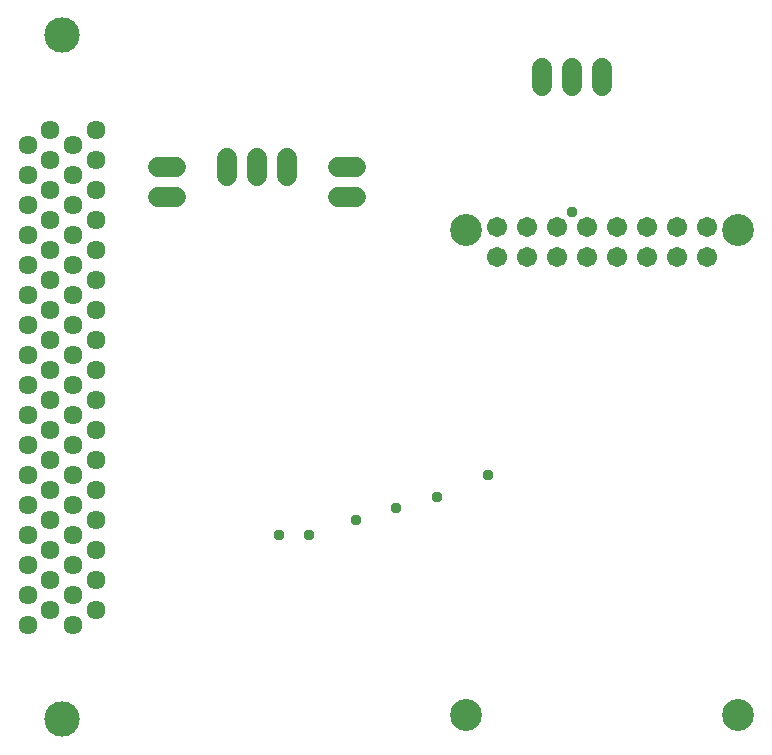
<source format=gbr>
G04 EAGLE Gerber RS-274X export*
G75*
%MOMM*%
%FSLAX34Y34*%
%LPD*%
%INSoldermask Bottom*%
%IPPOS*%
%AMOC8*
5,1,8,0,0,1.08239X$1,22.5*%
G01*
%ADD10C,1.711200*%
%ADD11C,2.703200*%
%ADD12C,1.611200*%
%ADD13C,3.003200*%
%ADD14C,1.727200*%
%ADD15C,0.959600*%


D10*
X419100Y444500D03*
X444500Y444500D03*
X469900Y444500D03*
X495300Y444500D03*
X520700Y444500D03*
X546100Y444500D03*
X571500Y444500D03*
X596900Y444500D03*
X596900Y419100D03*
X571500Y419100D03*
X546100Y419100D03*
X520700Y419100D03*
X495300Y419100D03*
X469900Y419100D03*
X444500Y419100D03*
X419100Y419100D03*
D11*
X623000Y441800D03*
X393000Y441800D03*
X623000Y31800D03*
X393000Y31800D03*
D12*
X60330Y107950D03*
X79430Y120650D03*
X60330Y133350D03*
X79430Y146050D03*
X60330Y158750D03*
X79430Y171450D03*
X60330Y184150D03*
X79430Y196850D03*
X60330Y209550D03*
X79430Y222250D03*
X60330Y234950D03*
X79430Y247650D03*
X60330Y260350D03*
X79430Y273050D03*
X60330Y285750D03*
X79430Y298450D03*
X60330Y311150D03*
X79430Y323850D03*
X60330Y336550D03*
X79430Y349250D03*
X60330Y361950D03*
X79430Y374650D03*
X60330Y387350D03*
X79430Y400050D03*
X60330Y412750D03*
X79430Y425450D03*
X60330Y438150D03*
X79430Y450850D03*
X60330Y463550D03*
X79430Y476250D03*
X60330Y488950D03*
X79430Y501650D03*
X60330Y514350D03*
X79430Y527050D03*
X22130Y107950D03*
X41230Y120650D03*
X22130Y133350D03*
X41230Y146050D03*
X22130Y158750D03*
X41230Y171450D03*
X22130Y184150D03*
X41230Y196850D03*
X22130Y209550D03*
X41230Y222250D03*
X22130Y234950D03*
X41230Y247650D03*
X22130Y260350D03*
X41230Y273050D03*
X22130Y285750D03*
X41230Y298450D03*
X22130Y311150D03*
X41230Y323850D03*
X22130Y336550D03*
X41230Y349250D03*
X22130Y361950D03*
X41230Y374650D03*
X22130Y387350D03*
X41230Y400050D03*
X22130Y412750D03*
X41230Y425450D03*
X22130Y438150D03*
X41230Y450850D03*
X22130Y463550D03*
X41230Y476250D03*
X22130Y488950D03*
X41230Y501650D03*
X22130Y514350D03*
X41230Y527050D03*
D13*
X50800Y607050D03*
X50800Y27950D03*
D14*
X457200Y563880D02*
X457200Y579120D01*
X482600Y579120D02*
X482600Y563880D01*
X508000Y563880D02*
X508000Y579120D01*
X190500Y502920D02*
X190500Y487680D01*
X215900Y487680D02*
X215900Y502920D01*
X241300Y502920D02*
X241300Y487680D01*
X284480Y495300D02*
X299720Y495300D01*
X299720Y469900D02*
X284480Y469900D01*
X147320Y469900D02*
X132080Y469900D01*
X132080Y495300D02*
X147320Y495300D01*
D15*
X482600Y457200D03*
X234950Y184150D03*
X260350Y184150D03*
X299720Y196850D03*
X334010Y207010D03*
X368300Y215900D03*
X411480Y234950D03*
M02*

</source>
